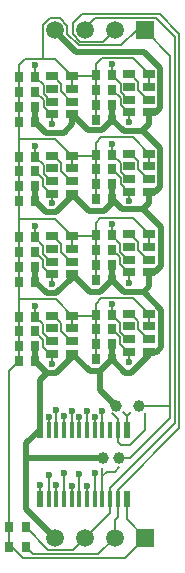
<source format=gtl>
%FSLAX44Y44*%
%MOMM*%
G71*
G01*
G75*
G04 Layer_Physical_Order=1*
G04 Layer_Color=255*
%ADD10R,0.8000X0.9000*%
%ADD11C,1.0000*%
%ADD12R,1.0000X0.7250*%
%ADD13R,0.6000X1.3500*%
%ADD14R,0.4000X1.3500*%
%ADD15C,0.5000*%
%ADD16C,0.2000*%
%ADD17C,0.2540*%
%ADD18R,1.5000X1.5000*%
%ADD19C,1.5000*%
%ADD20C,0.6000*%
D10*
X539502Y958350D02*
D03*
X553502D02*
D03*
X539502Y983375D02*
D03*
X553502D02*
D03*
X539502Y945650D02*
D03*
X553502D02*
D03*
X553750Y1118870D02*
D03*
X539750D02*
D03*
X553750Y1106545D02*
D03*
X539750D02*
D03*
Y1148455D02*
D03*
X553750D02*
D03*
X604910Y1095510D02*
D03*
X618910D02*
D03*
X539750Y1093845D02*
D03*
X553750D02*
D03*
X604910Y1082810D02*
D03*
X618910D02*
D03*
X539750Y1081145D02*
D03*
X553750D02*
D03*
Y1186180D02*
D03*
X539750D02*
D03*
Y1161155D02*
D03*
X553750D02*
D03*
Y1173855D02*
D03*
X539750D02*
D03*
X604662Y1040025D02*
D03*
X618662D02*
D03*
X604910Y1150120D02*
D03*
X618910D02*
D03*
X604910Y1120535D02*
D03*
X618910D02*
D03*
X604662Y1027325D02*
D03*
X618662D02*
D03*
X604662Y1052350D02*
D03*
X618662D02*
D03*
X604662Y1014625D02*
D03*
X618662D02*
D03*
X604910Y1162820D02*
D03*
X618910D02*
D03*
Y1175520D02*
D03*
X604910D02*
D03*
X618910Y1187845D02*
D03*
X604910D02*
D03*
X539502Y1012960D02*
D03*
X553502D02*
D03*
X531480Y805180D02*
D03*
X545480D02*
D03*
X531480Y788670D02*
D03*
X545480D02*
D03*
X604662Y960015D02*
D03*
X618662D02*
D03*
X604662Y985040D02*
D03*
X618662D02*
D03*
X604662Y972715D02*
D03*
X618662D02*
D03*
X539502Y1050685D02*
D03*
X553502D02*
D03*
X539502Y1038360D02*
D03*
X553502D02*
D03*
X539502Y971050D02*
D03*
X553502D02*
D03*
X604662Y947315D02*
D03*
X618662D02*
D03*
X604910Y1108210D02*
D03*
X618910D02*
D03*
X539502Y1025660D02*
D03*
X553502D02*
D03*
D11*
X624840Y863600D02*
D03*
X610870D02*
D03*
X622300Y908050D02*
D03*
X641350D02*
D03*
D12*
X568080Y1119745D02*
D03*
Y1108995D02*
D03*
Y1098245D02*
D03*
Y1087495D02*
D03*
X585080Y1119745D02*
D03*
Y1108995D02*
D03*
Y1098245D02*
D03*
Y1087495D02*
D03*
X567832Y984250D02*
D03*
Y973500D02*
D03*
Y962750D02*
D03*
Y952000D02*
D03*
X584832Y984250D02*
D03*
Y973500D02*
D03*
Y962750D02*
D03*
Y952000D02*
D03*
X567832Y1051560D02*
D03*
Y1040810D02*
D03*
Y1030060D02*
D03*
Y1019310D02*
D03*
X584832Y1051560D02*
D03*
Y1040810D02*
D03*
Y1030060D02*
D03*
Y1019310D02*
D03*
X632992Y985915D02*
D03*
Y975165D02*
D03*
Y964415D02*
D03*
Y953665D02*
D03*
X649992Y985915D02*
D03*
Y975165D02*
D03*
Y964415D02*
D03*
Y953665D02*
D03*
X568080Y1187055D02*
D03*
Y1176305D02*
D03*
Y1165555D02*
D03*
Y1154805D02*
D03*
X585080Y1187055D02*
D03*
Y1176305D02*
D03*
Y1165555D02*
D03*
Y1154805D02*
D03*
X633240Y1121410D02*
D03*
Y1110660D02*
D03*
Y1099910D02*
D03*
Y1089160D02*
D03*
X650240Y1121410D02*
D03*
Y1110660D02*
D03*
Y1099910D02*
D03*
Y1089160D02*
D03*
X632992Y1053225D02*
D03*
Y1042475D02*
D03*
Y1031725D02*
D03*
Y1020975D02*
D03*
X649992Y1053225D02*
D03*
Y1042475D02*
D03*
Y1031725D02*
D03*
Y1020975D02*
D03*
X633240Y1188720D02*
D03*
Y1177970D02*
D03*
Y1167220D02*
D03*
Y1156470D02*
D03*
X650240Y1188720D02*
D03*
Y1177970D02*
D03*
Y1167220D02*
D03*
Y1156470D02*
D03*
D13*
X630920Y887730D02*
D03*
X557420D02*
D03*
X630920Y829230D02*
D03*
X557420D02*
D03*
D14*
X623420Y887730D02*
D03*
X616920D02*
D03*
X610420D02*
D03*
X603920D02*
D03*
X597420D02*
D03*
X590920D02*
D03*
X584420D02*
D03*
X577920D02*
D03*
X571420D02*
D03*
X564920D02*
D03*
X623420Y829230D02*
D03*
X616920D02*
D03*
X610420D02*
D03*
X603920D02*
D03*
X597420D02*
D03*
X590920D02*
D03*
X584420D02*
D03*
X577920D02*
D03*
X571420D02*
D03*
X564920D02*
D03*
D15*
X650240Y1146810D02*
Y1156075D01*
X650635D02*
X655320D01*
X645669Y1207290D02*
X659040Y1193919D01*
X588490Y1207290D02*
X645669D01*
X655320Y1156075D02*
X659040Y1159795D01*
Y1193919D01*
X569595Y1226185D02*
X588490Y1207290D01*
X650240Y1089160D02*
X654820D01*
X659040Y1093380D01*
Y1126609D01*
X645189Y1140460D02*
X659040Y1126609D01*
X643890Y1140460D02*
X645189D01*
X628570D02*
X643890D01*
X650240Y1146810D01*
X649992Y1020975D02*
X655215D01*
X660400Y1026160D01*
Y1059180D01*
X645160Y1074420D02*
X660400Y1059180D01*
X627300Y1074420D02*
X645160D01*
X650240Y1079500D01*
Y1089160D01*
X645336Y1004570D02*
X649992Y1009226D01*
Y1020975D01*
X660400Y957580D02*
Y989506D01*
X645336Y1004570D02*
X660400Y989506D01*
X628717Y1004570D02*
X645336D01*
X557420Y930248D02*
X563162Y935990D01*
X557420Y887730D02*
Y930248D01*
X608607Y921743D02*
X622300Y908050D01*
X608607Y921743D02*
Y937260D01*
X584832Y952000D02*
X599572Y937260D01*
X608607D01*
X618662Y947315D01*
X546100Y863600D02*
Y876410D01*
Y820420D02*
Y863600D01*
X610870D01*
X546100Y820420D02*
X570230Y796290D01*
X546100Y876410D02*
X557420Y887730D01*
X584832Y949322D02*
Y952000D01*
X571500Y935990D02*
X584832Y949322D01*
X563162Y935990D02*
X571500D01*
X553502Y945650D02*
X563162Y935990D01*
X635000D02*
X649992Y950982D01*
X629987Y935990D02*
X635000D01*
X618662Y947315D02*
X629987Y935990D01*
X649992Y950982D02*
Y953665D01*
X656485D02*
X660400Y957580D01*
X651502Y953665D02*
X656485D01*
X618662Y1014625D02*
X628717Y1004570D01*
X608607D02*
X618662Y1014625D01*
X599572Y1004570D02*
X608607D01*
X584832Y1019310D02*
X599572Y1004570D01*
X571500Y1003300D02*
X584832Y1016632D01*
X563162Y1003300D02*
X571500D01*
X553502Y1012960D02*
X563162Y1003300D01*
X584832Y1016632D02*
Y1019310D01*
X618910Y1082810D02*
X627300Y1074420D01*
X612140Y1073150D02*
X618910Y1079920D01*
X599425Y1073150D02*
X612140D01*
X585080Y1087495D02*
X599425Y1073150D01*
X585080Y1085460D02*
Y1087495D01*
X571500Y1071880D02*
X585080Y1085460D01*
X563015Y1071880D02*
X571500D01*
X553750Y1081145D02*
X563015Y1071880D01*
X618910Y1150120D02*
X628570Y1140460D01*
X610520Y1141730D02*
X618910Y1150120D01*
X598155Y1141730D02*
X610520D01*
X585080Y1154805D02*
X598155Y1141730D01*
X585080Y1146420D02*
Y1154805D01*
X577850Y1139190D02*
X585080Y1146420D01*
X563015Y1139190D02*
X577850D01*
X553750Y1148455D02*
X563015Y1139190D01*
X618662Y947315D02*
Y960015D01*
X618910Y1150120D02*
Y1162820D01*
X553750Y1148455D02*
Y1161155D01*
X618910Y1082810D02*
Y1095510D01*
X553502Y1012960D02*
Y1025660D01*
X553750Y1081145D02*
Y1093845D01*
X553502Y945650D02*
Y958350D01*
X618662Y1014625D02*
Y1027325D01*
D16*
X659130Y1239520D02*
X675640Y1223010D01*
Y889000D02*
Y1223010D01*
X623420Y836780D02*
X675640Y889000D01*
X656080Y1236220D02*
X671830Y1220470D01*
Y893642D02*
Y1220470D01*
X616920Y838732D02*
X671830Y893642D01*
X668020Y908050D02*
Y1204595D01*
Y897890D02*
Y908050D01*
X641350D02*
X668020D01*
X633730Y863600D02*
X668020Y897890D01*
X646430Y1226185D02*
X668020Y1204595D01*
X593090Y1239520D02*
X659130D01*
X585470Y1231900D02*
X593090Y1239520D01*
X585470Y1222486D02*
Y1231900D01*
X603760Y1236220D02*
X656080D01*
X595630Y1228090D02*
X603760Y1236220D01*
X646430Y887730D02*
Y901700D01*
X633730Y875030D02*
X646430Y887730D01*
X626110Y875030D02*
X633730D01*
X623420Y877720D02*
X626110Y875030D01*
X623420Y877720D02*
Y887730D01*
X639445Y1226185D02*
X646430D01*
X626340Y1213080D02*
X639445Y1226185D01*
X590209Y1213080D02*
X626340D01*
X545020Y1201610D02*
X570525D01*
X580514Y1222775D02*
Y1229760D01*
Y1222775D02*
X590209Y1213080D01*
X560430Y1201970D02*
Y1230244D01*
X566171Y1235985D01*
X574289D01*
X580514Y1229760D01*
X585470Y1222486D02*
X591576Y1216380D01*
X611225D01*
X610070Y1202490D02*
X636470D01*
X604910Y1197330D02*
X610070Y1202490D01*
X624840Y863600D02*
X633730D01*
X621030Y852170D02*
X624840Y855980D01*
X614230Y852170D02*
X621030D01*
X610420Y848360D02*
X614230Y852170D01*
X610420Y829230D02*
Y855530D01*
X630920Y899430D02*
X634460Y902970D01*
X627462Y902888D02*
X630920Y899430D01*
Y887730D02*
Y899430D01*
X618408Y901618D02*
X623420Y896606D01*
Y887730D02*
Y896606D01*
X630920Y811800D02*
Y829230D01*
Y811800D02*
X646430Y796290D01*
X531480Y805180D02*
Y937628D01*
X539502Y945650D01*
X623420Y829230D02*
Y836780D01*
X611225Y1216380D02*
X621030Y1226185D01*
X616920Y829230D02*
Y838732D01*
X595630Y1226185D02*
Y1228090D01*
X604662Y947315D02*
Y960015D01*
Y972715D01*
X648865Y964415D02*
X649992D01*
X640292Y972987D02*
X648865Y964415D01*
X640292Y972987D02*
Y979743D01*
X634120Y985915D02*
X640292Y979743D01*
X632992Y985915D02*
X634120D01*
X631865Y953665D02*
X632992D01*
X624962Y960567D02*
X631865Y953665D01*
X624962Y960567D02*
Y966385D01*
X618662Y972685D02*
X624962Y966385D01*
X631865Y964415D02*
X632992D01*
X625692Y970587D02*
X631865Y964415D01*
X625692Y970587D02*
Y978010D01*
X618662Y985040D02*
X625692Y978010D01*
X632112Y1156470D02*
X633240D01*
X625880Y1162702D02*
X632112Y1156470D01*
X625880Y1162702D02*
Y1168550D01*
X618910Y1175520D02*
X625880Y1168550D01*
X632112Y1167220D02*
X633240D01*
X625880Y1173452D02*
X632112Y1167220D01*
X625880Y1173452D02*
Y1180875D01*
X618910Y1187845D02*
X625880Y1180875D01*
X604910Y1150120D02*
Y1162820D01*
Y1175520D01*
X649112Y1167220D02*
X650240D01*
X640540Y1175792D02*
X649112Y1167220D01*
X640540Y1175792D02*
Y1182548D01*
X634368Y1188720D02*
X640540Y1182548D01*
X633240Y1188720D02*
X634368D01*
X539750Y1148455D02*
Y1161155D01*
Y1173855D01*
Y1186180D01*
X566952Y1154805D02*
X568080D01*
X560720Y1161037D02*
X566952Y1154805D01*
X560720Y1161037D02*
Y1166885D01*
X553750Y1173855D02*
X560720Y1166885D01*
X566952Y1165555D02*
X568080D01*
X560720Y1171787D02*
X566952Y1165555D01*
X560720Y1171787D02*
Y1179210D01*
X553750Y1186180D02*
X560720Y1179210D01*
X583952Y1165555D02*
X585080D01*
X575380Y1174127D02*
X583952Y1165555D01*
X575380Y1174127D02*
Y1180883D01*
X569208Y1187055D02*
X575380Y1180883D01*
X604910Y1082810D02*
Y1095510D01*
Y1108210D01*
X632112Y1089160D02*
X633240D01*
X625880Y1095392D02*
X632112Y1089160D01*
X625880Y1095392D02*
Y1101240D01*
X618910Y1108210D02*
X625880Y1101240D01*
X632112Y1099910D02*
X633240D01*
X625940Y1106082D02*
X632112Y1099910D01*
X625940Y1106082D02*
Y1113505D01*
X618910Y1120535D02*
X625940Y1113505D01*
X649112Y1099910D02*
X650240D01*
X640540Y1108482D02*
X649112Y1099910D01*
X640540Y1108482D02*
Y1115238D01*
X634368Y1121410D02*
X640540Y1115238D01*
X539502Y1012960D02*
Y1025660D01*
Y1038360D01*
Y1050685D01*
X566705Y1019310D02*
X567832D01*
X560472Y1025542D02*
X566705Y1019310D01*
X560472Y1025542D02*
Y1031390D01*
X553502Y1038360D02*
X560472Y1031390D01*
X566705Y1030060D02*
X567832D01*
X560532Y1036232D02*
X566705Y1030060D01*
X560532Y1036232D02*
Y1043655D01*
X553502Y1050685D02*
X560532Y1043655D01*
X583705Y1030060D02*
X584832D01*
X575132Y1038632D02*
X583705Y1030060D01*
X575132Y1038632D02*
Y1045388D01*
X568960Y1051560D02*
X575132Y1045388D01*
X539750Y1081145D02*
Y1093845D01*
Y1106545D01*
Y1118870D01*
X583952Y1098245D02*
X585080D01*
X575380Y1106817D02*
X583952Y1098245D01*
X575380Y1106817D02*
Y1113573D01*
X569208Y1119745D02*
X575380Y1113573D01*
X566952Y1087495D02*
X568080D01*
X560050Y1094397D02*
X566952Y1087495D01*
X560050Y1094397D02*
Y1100245D01*
X553750Y1106545D02*
X560050Y1100245D01*
X566952Y1098245D02*
X568080D01*
X560780Y1104417D02*
X566952Y1098245D01*
X560780Y1104417D02*
Y1111840D01*
X553750Y1118870D02*
X560780Y1111840D01*
X539502Y945650D02*
Y958350D01*
Y971050D01*
Y983375D01*
X566705Y952000D02*
X567832D01*
X560532Y958172D02*
X566705Y952000D01*
X560532Y958172D02*
Y964020D01*
X553502Y971050D02*
X560532Y964020D01*
X566705Y962750D02*
X567832D01*
X559802Y969652D02*
X566705Y962750D01*
X559802Y969652D02*
Y977075D01*
X553502Y983375D02*
X559802Y977075D01*
X583705Y962750D02*
X584832D01*
X575132Y971322D02*
X583705Y962750D01*
X575132Y971322D02*
Y978078D01*
X568960Y984250D02*
X575132Y978078D01*
X604662Y1014625D02*
Y1027325D01*
Y1040025D01*
X648865Y1031725D02*
X649992D01*
X640292Y1040297D02*
X648865Y1031725D01*
X640292Y1040297D02*
Y1047053D01*
X634120Y1053225D02*
X640292Y1047053D01*
X631865Y1020975D02*
X632992D01*
X624962Y1027877D02*
X631865Y1020975D01*
X624962Y1027877D02*
Y1033725D01*
X618662Y1040025D02*
X624962Y1033725D01*
X631865Y1031725D02*
X632992D01*
X625692Y1037897D02*
X631865Y1031725D01*
X625692Y1037897D02*
Y1045320D01*
X618662Y1052350D02*
X625692Y1045320D01*
X585080Y1187055D02*
X604120D01*
X604910Y1175520D02*
Y1187845D01*
X585080Y1119745D02*
X604120D01*
X604910Y1108210D02*
Y1120535D01*
X584832Y1051560D02*
X603872D01*
X604662Y1040025D02*
Y1052350D01*
X584832Y984250D02*
X603872D01*
X604662Y972715D02*
Y985040D01*
X539502Y1050685D02*
X539750Y1050933D01*
X545480Y805180D02*
X564530Y786130D01*
X585470D01*
X595630Y796290D01*
X545480Y788670D02*
X551830Y782320D01*
X607060D01*
X621030Y796290D01*
X531480Y788670D02*
X533727D01*
X543377Y779020D01*
X629160D01*
X646430Y796290D01*
X531480Y788670D02*
Y805180D01*
X595630Y796290D02*
X616920Y817580D01*
Y829230D01*
X621030Y796290D02*
Y811530D01*
X623420Y813920D01*
Y829230D01*
X649992Y975165D02*
Y985915D01*
X584832Y973500D02*
Y984250D01*
X649992Y1042475D02*
Y1053225D01*
X584832Y1040810D02*
Y1051560D01*
X650240Y1110660D02*
Y1121410D01*
X585080Y1108995D02*
Y1119745D01*
X650240Y1177970D02*
Y1188720D01*
X585080Y1176305D02*
Y1187055D01*
X553750Y1186180D02*
Y1196310D01*
X618910Y1187845D02*
Y1197190D01*
X553750Y1118870D02*
Y1127760D01*
X618910Y1120535D02*
Y1129880D01*
X553502Y1050685D02*
Y1060232D01*
X618662Y1052350D02*
Y1061548D01*
X553502Y983375D02*
Y992922D01*
X618662Y985040D02*
Y994238D01*
X539750Y1186180D02*
Y1196340D01*
X545020Y1201610D01*
X570525D02*
X585080Y1187055D01*
X604910Y1187845D02*
Y1197330D01*
X636470Y1202490D02*
X650240Y1188720D01*
X539750Y1134110D02*
X570715D01*
X539750Y1118870D02*
Y1134110D01*
Y1148455D01*
X570715Y1134110D02*
X585080Y1119745D01*
X604910Y1120535D02*
Y1130690D01*
X609400Y1135180D01*
X636470D01*
X650240Y1121410D01*
X539750Y1066039D02*
X570353D01*
X584832Y1051560D01*
X539750Y1050933D02*
Y1066039D01*
Y1081145D01*
X604662Y1052350D02*
Y1063132D01*
X608378Y1066848D01*
X636370D01*
X649992Y1053225D01*
X539502Y998220D02*
X539505Y998222D01*
X570860D01*
X584832Y984250D01*
X539502Y983375D02*
Y998220D01*
Y1012960D01*
X604662Y985040D02*
Y994552D01*
X609648Y999538D01*
X636370D01*
X649992Y985915D01*
X568080Y1146810D02*
Y1154805D01*
X633240Y1148080D02*
Y1156470D01*
X568080Y1079500D02*
Y1087495D01*
X633240Y1081260D02*
Y1089160D01*
X567832Y1010920D02*
Y1019310D01*
X632992Y1012190D02*
Y1020975D01*
X567832Y943610D02*
Y952000D01*
X632992Y944880D02*
Y953665D01*
X557420Y829230D02*
Y840740D01*
X571420Y829230D02*
Y840660D01*
X577920Y829230D02*
Y850900D01*
X584420Y829230D02*
Y840520D01*
X597420Y829230D02*
Y840220D01*
X603920Y829230D02*
Y850900D01*
X564920Y887730D02*
Y898930D01*
X571420Y887730D02*
Y904160D01*
X577920Y887730D02*
Y899090D01*
X584420Y887730D02*
Y904020D01*
X590920Y887730D02*
Y898790D01*
X597420Y887730D02*
Y903720D01*
X603920Y887730D02*
Y898490D01*
X610420Y887730D02*
Y903420D01*
X590920Y829230D02*
Y850530D01*
X564920Y829230D02*
Y849630D01*
D17*
X618910Y1079920D02*
Y1082810D01*
D18*
X646430Y796290D02*
D03*
Y1226185D02*
D03*
D19*
X621030Y796290D02*
D03*
X595630D02*
D03*
X570230D02*
D03*
Y1226185D02*
D03*
X595630D02*
D03*
X621030D02*
D03*
D20*
X553750Y1196310D02*
D03*
X618910Y1197190D02*
D03*
Y1129880D02*
D03*
X553502Y1060232D02*
D03*
X618662Y1061548D02*
D03*
X553502Y992922D02*
D03*
X618662Y994238D02*
D03*
X553750Y1127760D02*
D03*
X568080Y1146810D02*
D03*
X633240Y1148080D02*
D03*
X568080Y1079500D02*
D03*
X633240Y1081260D02*
D03*
X567832Y1010920D02*
D03*
X632992Y1012190D02*
D03*
X567832Y943610D02*
D03*
X632992Y944880D02*
D03*
X571420Y840660D02*
D03*
X584420Y840520D02*
D03*
X597420Y840220D02*
D03*
X564920Y898930D02*
D03*
X571420Y904160D02*
D03*
X577920Y899090D02*
D03*
X584420Y904020D02*
D03*
X590920Y898790D02*
D03*
X597420Y903720D02*
D03*
X603920Y898490D02*
D03*
X610420Y903420D02*
D03*
X557420Y840740D02*
D03*
X577920Y850900D02*
D03*
X590920Y850530D02*
D03*
X603920Y850900D02*
D03*
X564920Y849630D02*
D03*
M02*

</source>
